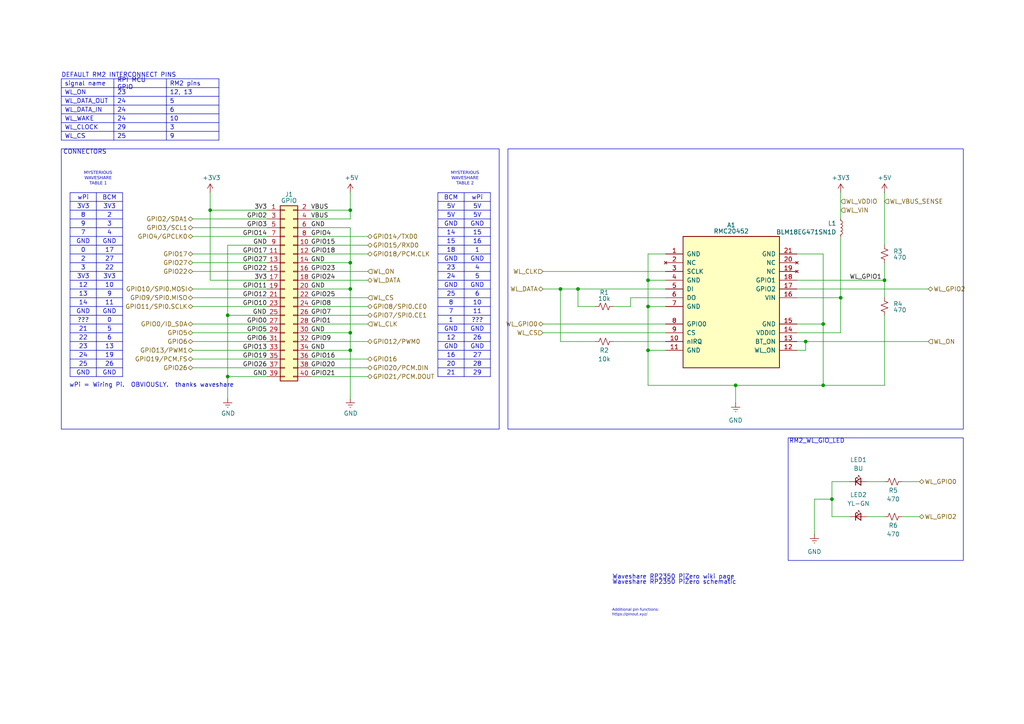
<source format=kicad_sch>
(kicad_sch (version 20250114) (generator "eeschema") (generator_version "9.0")
  (paper "A4")
  (title_block (title "Radio Module 2 uHAT for Pico Series") (date "2026-02-20") (rev "0.1.0") (company "LiterallySomeCat"))
  (lib_symbols
    (symbol "Connector_Generic:Conn_02x20_Odd_Even" (pin_names (offset 1.016) (hide yes))
      (property "Reference" "J" (at 1.27 25.4 0))
      (property "Value" "Conn_02x20_Odd_Even" (at 1.27 -27.94 0))
      (symbol "Conn_02x20_Odd_Even_1_1"
        (rectangle (start -1.27 24.13) (end 3.81 -26.67) (stroke (width 0.254)) (fill (type background)))
        (rectangle (start -1.27 22.987) (end 0 22.733) (stroke (width 0.1524)))
        (rectangle (start -1.27 20.447) (end 0 20.193) (stroke (width 0.1524)))
        (rectangle (start -1.27 17.907) (end 0 17.653) (stroke (width 0.1524)))
        (rectangle (start -1.27 15.367) (end 0 15.113) (stroke (width 0.1524)))
        (rectangle (start -1.27 12.827) (end 0 12.573) (stroke (width 0.1524)))
        (rectangle (start -1.27 10.287) (end 0 10.033) (stroke (width 0.1524)))
        (rectangle (start -1.27 7.747) (end 0 7.493) (stroke (width 0.1524)))
        (rectangle (start -1.27 5.207) (end 0 4.953) (stroke (width 0.1524)))
        (rectangle (start -1.27 2.667) (end 0 2.413) (stroke (width 0.1524)))
        (rectangle (start -1.27 0.127) (end 0 -0.127) (stroke (width 0.1524)))
        (rectangle (start -1.27 -2.413) (end 0 -2.667) (stroke (width 0.1524)))
        (rectangle (start -1.27 -4.953) (end 0 -5.207) (stroke (width 0.1524)))
        (rectangle (start -1.27 -7.493) (end 0 -7.747) (stroke (width 0.1524)))
        (rectangle (start -1.27 -10.033) (end 0 -10.287) (stroke (width 0.1524)))
        (rectangle (start -1.27 -12.573) (end 0 -12.827) (stroke (width 0.1524)))
        (rectangle (start -1.27 -15.113) (end 0 -15.367) (stroke (width 0.1524)))
        (rectangle (start -1.27 -17.653) (end 0 -17.907) (stroke (width 0.1524)))
        (rectangle (start -1.27 -20.193) (end 0 -20.447) (stroke (width 0.1524)))
        (rectangle (start -1.27 -22.733) (end 0 -22.987) (stroke (width 0.1524)))
        (rectangle (start -1.27 -25.273) (end 0 -25.527) (stroke (width 0.1524)))
        (rectangle (start 3.81 22.987) (end 2.54 22.733) (stroke (width 0.1524)))
        (rectangle (start 3.81 20.447) (end 2.54 20.193) (stroke (width 0.1524)))
        (rectangle (start 3.81 17.907) (end 2.54 17.653) (stroke (width 0.1524)))
        (rectangle (start 3.81 15.367) (end 2.54 15.113) (stroke (width 0.1524)))
        (rectangle (start 3.81 12.827) (end 2.54 12.573) (stroke (width 0.1524)))
        (rectangle (start 3.81 10.287) (end 2.54 10.033) (stroke (width 0.1524)))
        (rectangle (start 3.81 7.747) (end 2.54 7.493) (stroke (width 0.1524)))
        (rectangle (start 3.81 5.207) (end 2.54 4.953) (stroke (width 0.1524)))
        (rectangle (start 3.81 2.667) (end 2.54 2.413) (stroke (width 0.1524)))
        (rectangle (start 3.81 0.127) (end 2.54 -0.127) (stroke (width 0.1524)))
        (rectangle (start 3.81 -2.413) (end 2.54 -2.667) (stroke (width 0.1524)))
        (rectangle (start 3.81 -4.953) (end 2.54 -5.207) (stroke (width 0.1524)))
        (rectangle (start 3.81 -7.493) (end 2.54 -7.747) (stroke (width 0.1524)))
        (rectangle (start 3.81 -10.033) (end 2.54 -10.287) (stroke (width 0.1524)))
        (rectangle (start 3.81 -12.573) (end 2.54 -12.827) (stroke (width 0.1524)))
        (rectangle (start 3.81 -15.113) (end 2.54 -15.367) (stroke (width 0.1524)))
        (rectangle (start 3.81 -17.653) (end 2.54 -17.907) (stroke (width 0.1524)))
        (rectangle (start 3.81 -20.193) (end 2.54 -20.447) (stroke (width 0.1524)))
        (rectangle (start 3.81 -22.733) (end 2.54 -22.987) (stroke (width 0.1524)))
        (rectangle (start 3.81 -25.273) (end 2.54 -25.527) (stroke (width 0.1524)))
        (pin passive line (at -5.08 22.86 0) (length 3.81) (name "Pin_1") (number "1"))
        (pin passive line (at -5.08 20.32 0) (length 3.81) (name "Pin_3") (number "3"))
        (pin passive line (at -5.08 17.78 0) (length 3.81) (name "Pin_5") (number "5"))
        (pin passive line (at -5.08 15.24 0) (length 3.81) (name "Pin_7") (number "7"))
        (pin passive line (at -5.08 12.7 0) (length 3.81) (name "Pin_9") (number "9"))
        (pin passive line (at -5.08 10.16 0) (length 3.81) (name "Pin_11") (number "11"))
        (pin passive line (at -5.08 7.62 0) (length 3.81) (name "Pin_13") (number "13"))
        (pin passive line (at -5.08 5.08 0) (length 3.81) (name "Pin_15") (number "15"))
        (pin passive line (at -5.08 2.54 0) (length 3.81) (name "Pin_17") (number "17"))
        (pin passive line (at -5.08 0 0) (length 3.81) (name "Pin_19") (number "19"))
        (pin passive line (at -5.08 -2.54 0) (length 3.81) (name "Pin_21") (number "21"))
        (pin passive line (at -5.08 -5.08 0) (length 3.81) (name "Pin_23") (number "23"))
        (pin passive line (at -5.08 -7.62 0) (length 3.81) (name "Pin_25") (number "25"))
        (pin passive line (at -5.08 -10.16 0) (length 3.81) (name "Pin_27") (number "27"))
        (pin passive line (at -5.08 -12.7 0) (length 3.81) (name "Pin_29") (number "29"))
        (pin passive line (at -5.08 -15.24 0) (length 3.81) (name "Pin_31") (number "31"))
        (pin passive line (at -5.08 -17.78 0) (length 3.81) (name "Pin_33") (number "33"))
        (pin passive line (at -5.08 -20.32 0) (length 3.81) (name "Pin_35") (number "35"))
        (pin passive line (at -5.08 -22.86 0) (length 3.81) (name "Pin_37") (number "37"))
        (pin passive line (at -5.08 -25.4 0) (length 3.81) (name "Pin_39") (number "39"))
        (pin passive line (at 7.62 22.86 180) (length 3.81) (name "Pin_2") (number "2"))
        (pin passive line (at 7.62 20.32 180) (length 3.81) (name "Pin_4") (number "4"))
        (pin passive line (at 7.62 17.78 180) (length 3.81) (name "Pin_6") (number "6"))
        (pin passive line (at 7.62 15.24 180) (length 3.81) (name "Pin_8") (number "8"))
        (pin passive line (at 7.62 12.7 180) (length 3.81) (name "Pin_10") (number "10"))
        (pin passive line (at 7.62 10.16 180) (length 3.81) (name "Pin_12") (number "12"))
        (pin passive line (at 7.62 7.62 180) (length 3.81) (name "Pin_14") (number "14"))
        (pin passive line (at 7.62 5.08 180) (length 3.81) (name "Pin_16") (number "16"))
        (pin passive line (at 7.62 2.54 180) (length 3.81) (name "Pin_18") (number "18"))
        (pin passive line (at 7.62 0 180) (length 3.81) (name "Pin_20") (number "20"))
        (pin passive line (at 7.62 -2.54 180) (length 3.81) (name "Pin_22") (number "22"))
        (pin passive line (at 7.62 -5.08 180) (length 3.81) (name "Pin_24") (number "24"))
        (pin passive line (at 7.62 -7.62 180) (length 3.81) (name "Pin_26") (number "26"))
        (pin passive line (at 7.62 -10.16 180) (length 3.81) (name "Pin_28") (number "28"))
        (pin passive line (at 7.62 -12.7 180) (length 3.81) (name "Pin_30") (number "30"))
        (pin passive line (at 7.62 -15.24 180) (length 3.81) (name "Pin_32") (number "32"))
        (pin passive line (at 7.62 -17.78 180) (length 3.81) (name "Pin_34") (number "34"))
        (pin passive line (at 7.62 -20.32 180) (length 3.81) (name "Pin_36") (number "36"))
        (pin passive line (at 7.62 -22.86 180) (length 3.81) (name "Pin_38") (number "38"))
        (pin passive line (at 7.62 -25.4 180) (length 3.81) (name "Pin_40") (number "40"))
      )
    )
    (symbol "Device:L_Small" (pin_numbers (hide yes)) (pin_names (offset 0.254) (hide yes))
      (property "Reference" "L" (at 0.762 1.016 0))
      (property "Value" "L_Small" (at 0.762 -1.016 0))
      (symbol "L_Small_0_1"
        (arc (start 0 2.032) (mid 0.5058 1.524) (end 0 1.016))
        (arc (start 0 1.016) (mid 0.5058 0.508) (end 0 0))
        (arc (start 0 0) (mid 0.5058 -0.508) (end 0 -1.016))
        (arc (start 0 -1.016) (mid 0.5058 -1.524) (end 0 -2.032))
      )
      (symbol "L_Small_1_1"
        (pin passive line (at 0 2.54 270) (length 0.508) (name "~") (number "1"))
        (pin passive line (at 0 -2.54 90) (length 0.508) (name "~") (number "2"))
      )
    )
    (symbol "Device:R_Small_US" (pin_numbers (hide yes)) (pin_names (offset 0.254) (hide yes))
      (property "Reference" "R" (at 0.762 0.508 0))
      (property "Value" "R_Small_US" (at 0.762 -1.016 0))
      (symbol "R_Small_US_1_1"
        (polyline (pts (xy 0 1.524) (xy 1.016 1.143) (xy 0 0.762) (xy -1.016 0.381) (xy 0 0)))
        (polyline (pts (xy 0 0) (xy 1.016 -0.381) (xy 0 -0.762) (xy -1.016 -1.143) (xy 0 -1.524)))
        (pin passive line (at 0 2.54 270) (length 1.016) (name "~") (number "1"))
        (pin passive line (at 0 -2.54 90) (length 1.016) (name "~") (number "2"))
      )
    )
    (symbol "bad-symbol-edits:GND" (power) (pin_numbers (hide yes)) (pin_names (offset 0) (hide yes))
      (property "Value" "GND" (at 0 -3.81 0))
      (symbol "GND_0_1"
        (polyline (pts (xy -0.635 -1.905) (xy 0.635 -1.905)))
        (polyline (pts (xy -0.127 -2.54) (xy 0.127 -2.54)))
        (polyline (pts (xy 0 -1.27) (xy 0 0)))
        (polyline (pts (xy 1.27 -1.27) (xy -1.27 -1.27)))
      )
      (symbol "GND_1_1"
        (pin power_in line (at 0 0 270) (length 0) (name "~") (number "1"))
      )
    )
    (symbol "bad-symbol-edits:RPI_RMC20452T_edit" (pin_names (offset 1.016))
      (property "Reference" "A" (at 13.97 4.064 0))
      (property "Value" "RMC20452" (at 13.97 2.032 0))
      (symbol "RPI_RMC20452T_edit_1_0"
        (pin output line (at -5.08 -17.78 0) (length 5.08) (name "DO") (number "6"))
        (pin power_in line (at -5.08 -20.32 0) (length 5.08) (name "GND") (number "7"))
        (pin bidirectional line (at -5.08 -25.4 0) (length 5.08) (name "GPIO0") (number "8"))
        (pin input line (at -5.08 -27.94 0) (length 5.08) (name "CS") (number "9"))
        (pin output line (at -5.08 -30.48 0) (length 5.08) (name "nIRQ") (number "10"))
        (pin power_in line (at -5.08 -33.02 0) (length 5.08) (name "GND") (number "11"))
        (pin power_in line (at 33.02 -5.08 180) (length 5.08) (name "GND") (number "21"))
        (pin bidirectional line (at 33.02 -12.7 180) (length 5.08) (name "GPIO1") (number "18"))
        (pin bidirectional line (at 33.02 -15.24 180) (length 5.08) (name "GPIO2") (number "17"))
        (pin power_in line (at 33.02 -17.78 180) (length 5.08) (name "VIN") (number "16"))
        (pin power_in line (at 33.02 -25.4 180) (length 5.08) (name "GND") (number "15"))
        (pin power_in line (at 33.02 -27.94 180) (length 5.08) (name "VDDIO") (number "14"))
        (pin input line (at 33.02 -30.48 180) (length 5.08) (name "BT_ON") (number "13"))
        (pin input line (at 33.02 -33.02 180) (length 5.08) (name "WL_ON") (number "12"))
      )
      (symbol "RPI_RMC20452T_edit_1_1"
        (rectangle (start 0 0) (end 27.94 -38.1) (stroke (width 0.254)) (fill (type background)))
        (pin power_in line (at -5.08 -5.08 0) (length 5.08) (name "GND") (number "1"))
        (pin no_connect line (at -5.08 -7.62 0) (length 5.08) (name "NC") (number "2"))
        (pin input line (at -5.08 -10.16 0) (length 5.08) (name "SCLK") (number "3"))
        (pin power_in line (at -5.08 -12.7 0) (length 5.08) (name "GND") (number "4"))
        (pin input line (at -5.08 -15.24 0) (length 5.08) (name "DI") (number "5"))
        (pin no_connect line (at 33.02 -7.62 180) (length 5.08) (name "NC") (number "20"))
        (pin no_connect line (at 33.02 -10.16 180) (length 5.08) (name "NC") (number "19"))
      )
    )
    (symbol "leds-added:599-0060-007F" (pin_numbers (hide yes)) (pin_names (offset 0.762) (hide yes))
      (property "Reference" "LED" (at 0 5.334 0))
      (property "Value" "599-0060-007F" (at 0 2.794 0))
      (symbol "599-0060-007F_0_1"
        (polyline (pts (xy 1.778 -1.016) (xy 1.778 1.016)) (stroke (width 0.254)))
        (polyline (pts (xy 2.54 0.762) (xy 2.032 1.27) (xy 2.286 1.27) (xy 2.032 1.27) (xy 2.032 1.016)))
        (polyline (pts (xy 3.048 1.27) (xy 2.54 1.778) (xy 2.794 1.778) (xy 2.54 1.778) (xy 2.54 1.524)))
        (polyline (pts (xy 3.302 -1.016) (xy 1.778 0) (xy 3.302 1.016) (xy 3.302 -1.016)) (stroke (width 0.254)))
        (polyline (pts (xy 3.556 0) (xy 1.778 0)))
      )
      (symbol "599-0060-007F_1_1"
        (pin passive line (at 0 0 0) (length 1.778) (name "K") (number "1"))
        (pin passive line (at 5.08 0 180) (length 1.778) (name "A") (number "2"))
      )
    )
    (symbol "leds-added:599-0090-137F" (pin_numbers (hide yes)) (pin_names (offset 0.762) (hide yes))
      (property "Reference" "LED" (at 0 4.826 0))
      (property "Value" "599-0090-137F" (at 0 2.286 0))
      (symbol "599-0090-137F_0_1"
        (polyline (pts (xy 1.778 -1.016) (xy 1.778 1.016)) (stroke (width 0.254)))
        (polyline (pts (xy 2.54 0.762) (xy 2.032 1.27) (xy 2.286 1.27) (xy 2.032 1.27) (xy 2.032 1.016)))
        (polyline (pts (xy 3.048 1.27) (xy 2.54 1.778) (xy 2.794 1.778) (xy 2.54 1.778) (xy 2.54 1.524)))
        (polyline (pts (xy 3.302 -1.016) (xy 1.778 0) (xy 3.302 1.016) (xy 3.302 -1.016)) (stroke (width 0.254)))
        (polyline (pts (xy 3.556 0) (xy 1.778 0)))
      )
      (symbol "599-0090-137F_1_1"
        (pin passive line (at 0 0 0) (length 1.778) (name "K") (number "1"))
        (pin passive line (at 5.08 0 180) (length 1.778) (name "A") (number "2"))
      )
    )
    (symbol "power:+3.3V" (power) (pin_numbers (hide yes)) (pin_names (offset 0) (hide yes))
      (property "Value" "+3.3V" (at 0 3.556 0))
      (symbol "+3.3V_0_1"
        (polyline (pts (xy -0.762 1.27) (xy 0 2.54)))
        (polyline (pts (xy 0 2.54) (xy 0.762 1.27)))
        (polyline (pts (xy 0 0) (xy 0 2.54)))
      )
      (symbol "+3.3V_1_1"
        (pin power_in line (at 0 0 90) (length 0) (name "~") (number "1"))
      )
    )
    (symbol "power:+3V3" (power) (pin_numbers (hide yes)) (pin_names (offset 0) (hide yes))
      (property "Value" "+3V3" (at 0 3.556 0))
      (symbol "+3V3_0_1"
        (polyline (pts (xy -0.762 1.27) (xy 0 2.54)))
        (polyline (pts (xy 0 2.54) (xy 0.762 1.27)))
        (polyline (pts (xy 0 0) (xy 0 2.54)))
      )
      (symbol "+3V3_1_1"
        (pin power_in line (at 0 0 90) (length 0) (name "~") (number "1"))
      )
    )
    (symbol "power:+5V" (power) (pin_numbers (hide yes)) (pin_names (offset 0) (hide yes))
      (property "Value" "+5V" (at 0 3.556 0))
      (symbol "+5V_0_1"
        (polyline (pts (xy -0.762 1.27) (xy 0 2.54)))
        (polyline (pts (xy 0 2.54) (xy 0.762 1.27)))
        (polyline (pts (xy 0 0) (xy 0 2.54)))
      )
      (symbol "+5V_1_1"
        (pin power_in line (at 0 0 90) (length 0) (name "~") (number "1"))
      )
    )
  )
  (bus_alias "ANALOG" (members "ADC_VREF" "AGND" "GPIO26" "GPIO27" "GPIO28"))
  (bus_alias "GPIO[0..15]" (members "GPIO0" "GPIO1" "GPIO2" "GPIO3" "GPIO4" "GPIO5" "GPIO6" "GPIO7" "GPIO8" "GPIO9" "GPIO10" "GPIO11" "GPIO12" "GPIO13" "GPIO14" "GPIO15"))
  (bus_alias "GPIO[16..28" (members "3V3_EN" "ADC_VREF" "RUN" "GPIO28" "GPIO27" "GPIO26" "GPIO22" "GPIO21" "GPIO20" "GPIO19" "GPIO18" "GPIO17" "GPIO16"))
  (rectangle (start 228.6 127) (end 279.4 162.56))
  (rectangle (start 147.32 43.18) (end 279.4 124.46))
  (rectangle (start 17.78 43.18) (end 144.78 124.46))
  (text "wPi = Wiring Pi.  OBVIOUSLY.  thanks waveshare" (at 20.066 111.76 0) (effects (font (size 1.27 1.27)) (justify left)))
  (text "MYSTERIOUS\nWAVESHARE\nTABLE 2\n" (at 134.874 52.07 0) (effects (font (size 0.9 0.9))))
  (text "Waveshare RP2350 PiZero schematic" (at 177.546 168.91 0) (effects (font (size 1.27 1.27)) (justify left)))
  (text "Waveshare RP2350 PiZero wiki page" (at 177.546 167.386 0) (effects (font (size 1.27 1.27)) (justify left)))
  (text "DEFAULT RM2 INTERCONNECT PINS" (at 17.78 22.606 0) (effects (font (size 1.27 1.27)) (justify left bottom)))
  (text "RM2_WL_GIO_LED" (at 228.854 127.254 0) (effects (font (size 1.27 1.27)) (justify left top)))
  (text "MYSTERIOUS\nWAVESHARE\nTABLE 1\n" (at 28.448 52.07 0) (effects (font (size 0.9 0.9))))
  (text "CONNECTORS" (at 18.288 43.434 0) (effects (font (size 1.27 1.27)) (justify left top)))
  (text "Additional pin functions:\nhttps://pinout.xyz/" (at 177.546 179.07 0) (effects (font (size 0.8 0.8)) (justify left bottom)))
  (junction (at 233.68 99.06))
  (junction (at 101.6 83.82))
  (junction (at 187.96 101.6))
  (junction (at 101.6 60.96))
  (junction (at 101.6 96.52))
  (junction (at 213.36 111.76))
  (junction (at 101.6 76.2))
  (junction (at 256.54 81.28))
  (junction (at 167.64 83.82))
  (junction (at 66.04 109.22))
  (junction (at 187.96 88.9))
  (junction (at 60.96 60.96))
  (junction (at 243.84 86.36))
  (junction (at 66.04 91.44))
  (junction (at 238.76 111.76))
  (junction (at 162.56 83.82))
  (junction (at 187.96 81.28))
  (junction (at 101.6 101.6))
  (junction (at 238.76 93.98))
  (junction (at 241.3 144.78))
  (wire (pts (xy 213.36 111.76) (xy 213.36 116.84)))
  (wire (pts (xy 157.48 93.98) (xy 193.04 93.98)))
  (wire (pts (xy 77.47 73.66) (xy 55.88 73.66)))
  (wire (pts (xy 261.62 139.7) (xy 266.7 139.7)))
  (wire (pts (xy 243.84 55.88) (xy 243.84 63.5)))
  (wire (pts (xy 90.17 109.22) (xy 106.68 109.22)))
  (wire (pts (xy 101.6 60.96) (xy 101.6 63.5)))
  (wire (pts (xy 231.14 93.98) (xy 238.76 93.98)))
  (wire (pts (xy 90.17 76.2) (xy 101.6 76.2)))
  (wire (pts (xy 90.17 66.04) (xy 101.6 66.04)))
  (wire (pts (xy 187.96 73.66) (xy 187.96 81.28)))
  (wire (pts (xy 90.17 106.68) (xy 106.68 106.68)))
  (wire (pts (xy 238.76 93.98) (xy 238.76 111.76)))
  (wire (pts (xy 167.64 88.9) (xy 167.64 83.82)))
  (wire (pts (xy 182.88 86.36) (xy 193.04 86.36)))
  (wire (pts (xy 90.17 86.36) (xy 106.68 86.36)))
  (wire (pts (xy 66.04 71.12) (xy 77.47 71.12)))
  (wire (pts (xy 77.47 93.98) (xy 55.88 93.98)))
  (wire (pts (xy 55.88 96.52) (xy 77.47 96.52)))
  (wire (pts (xy 256.54 76.2) (xy 256.54 81.28)))
  (wire (pts (xy 236.22 154.94) (xy 236.22 144.78)))
  (wire (pts (xy 90.17 63.5) (xy 101.6 63.5)))
  (wire (pts (xy 241.3 149.86) (xy 246.38 149.86)))
  (wire (pts (xy 243.84 68.58) (xy 243.84 86.36)))
  (wire (pts (xy 66.04 91.44) (xy 77.47 91.44)))
  (wire (pts (xy 187.96 81.28) (xy 193.04 81.28)))
  (wire (pts (xy 172.72 88.9) (xy 167.64 88.9)))
  (wire (pts (xy 101.6 101.6) (xy 101.6 115.57)))
  (wire (pts (xy 101.6 76.2) (xy 101.6 83.82)))
  (wire (pts (xy 187.96 88.9) (xy 187.96 101.6)))
  (wire (pts (xy 90.17 71.12) (xy 106.68 71.12)))
  (wire (pts (xy 167.64 83.82) (xy 193.04 83.82)))
  (wire (pts (xy 66.04 71.12) (xy 66.04 91.44)))
  (wire (pts (xy 55.88 76.2) (xy 77.47 76.2)))
  (wire (pts (xy 90.17 81.28) (xy 106.68 81.28)))
  (wire (pts (xy 60.96 55.88) (xy 60.96 60.96)))
  (wire (pts (xy 162.56 83.82) (xy 162.56 99.06)))
  (wire (pts (xy 182.88 86.36) (xy 182.88 88.9)))
  (wire (pts (xy 55.88 66.04) (xy 77.47 66.04)))
  (wire (pts (xy 243.84 86.36) (xy 243.84 96.52)))
  (wire (pts (xy 231.14 99.06) (xy 233.68 99.06)))
  (wire (pts (xy 251.46 149.86) (xy 256.54 149.86)))
  (wire (pts (xy 55.88 88.9) (xy 77.47 88.9)))
  (wire (pts (xy 157.48 83.82) (xy 162.56 83.82)))
  (wire (pts (xy 182.88 88.9) (xy 177.8 88.9)))
  (wire (pts (xy 60.96 81.28) (xy 77.47 81.28)))
  (wire (pts (xy 77.47 63.5) (xy 55.88 63.5)))
  (wire (pts (xy 101.6 55.88) (xy 101.6 60.96)))
  (wire (pts (xy 90.17 104.14) (xy 106.68 104.14)))
  (wire (pts (xy 90.17 93.98) (xy 106.68 93.98)))
  (wire (pts (xy 241.3 139.7) (xy 241.3 144.78)))
  (wire (pts (xy 231.14 86.36) (xy 243.84 86.36)))
  (wire (pts (xy 177.8 99.06) (xy 193.04 99.06)))
  (wire (pts (xy 55.88 68.58) (xy 77.47 68.58)))
  (wire (pts (xy 60.96 60.96) (xy 60.96 81.28)))
  (wire (pts (xy 90.17 73.66) (xy 106.68 73.66)))
  (wire (pts (xy 233.68 99.06) (xy 269.24 99.06)))
  (wire (pts (xy 90.17 83.82) (xy 101.6 83.82)))
  (wire (pts (xy 246.38 139.7) (xy 241.3 139.7)))
  (wire (pts (xy 55.88 78.74) (xy 77.47 78.74)))
  (wire (pts (xy 55.88 86.36) (xy 77.47 86.36)))
  (wire (pts (xy 261.62 149.86) (xy 266.7 149.86)))
  (wire (pts (xy 90.17 60.96) (xy 101.6 60.96)))
  (wire (pts (xy 231.14 96.52) (xy 243.84 96.52)))
  (wire (pts (xy 231.14 81.28) (xy 256.54 81.28)))
  (wire (pts (xy 251.46 139.7) (xy 256.54 139.7)))
  (wire (pts (xy 193.04 73.66) (xy 187.96 73.66)))
  (wire (pts (xy 55.88 99.06) (xy 77.47 99.06)))
  (wire (pts (xy 187.96 111.76) (xy 213.36 111.76)))
  (wire (pts (xy 236.22 144.78) (xy 241.3 144.78)))
  (wire (pts (xy 233.68 101.6) (xy 231.14 101.6)))
  (wire (pts (xy 55.88 104.14) (xy 77.47 104.14)))
  (wire (pts (xy 187.96 81.28) (xy 187.96 88.9)))
  (wire (pts (xy 90.17 68.58) (xy 106.68 68.58)))
  (wire (pts (xy 162.56 83.82) (xy 167.64 83.82)))
  (wire (pts (xy 66.04 109.22) (xy 77.47 109.22)))
  (wire (pts (xy 90.17 91.44) (xy 106.68 91.44)))
  (wire (pts (xy 101.6 83.82) (xy 101.6 96.52)))
  (wire (pts (xy 241.3 144.78) (xy 241.3 149.86)))
  (wire (pts (xy 238.76 111.76) (xy 256.54 111.76)))
  (wire (pts (xy 256.54 81.28) (xy 256.54 86.36)))
  (wire (pts (xy 90.17 101.6) (xy 101.6 101.6)))
  (wire (pts (xy 55.88 106.68) (xy 77.47 106.68)))
  (wire (pts (xy 187.96 101.6) (xy 193.04 101.6)))
  (wire (pts (xy 90.17 96.52) (xy 101.6 96.52)))
  (wire (pts (xy 231.14 73.66) (xy 238.76 73.66)))
  (wire (pts (xy 238.76 73.66) (xy 238.76 93.98)))
  (wire (pts (xy 187.96 88.9) (xy 193.04 88.9)))
  (wire (pts (xy 213.36 111.76) (xy 238.76 111.76)))
  (wire (pts (xy 256.54 91.44) (xy 256.54 111.76)))
  (wire (pts (xy 157.48 78.74) (xy 193.04 78.74)))
  (wire (pts (xy 231.14 83.82) (xy 269.24 83.82)))
  (wire (pts (xy 101.6 66.04) (xy 101.6 76.2)))
  (wire (pts (xy 66.04 91.44) (xy 66.04 109.22)))
  (wire (pts (xy 77.47 101.6) (xy 55.88 101.6)))
  (wire (pts (xy 256.54 55.88) (xy 256.54 71.12)))
  (wire (pts (xy 162.56 99.06) (xy 172.72 99.06)))
  (wire (pts (xy 157.48 96.52) (xy 193.04 96.52)))
  (wire (pts (xy 101.6 96.52) (xy 101.6 101.6)))
  (wire (pts (xy 90.17 78.74) (xy 106.68 78.74)))
  (wire (pts (xy 90.17 88.9) (xy 106.68 88.9)))
  (wire (pts (xy 233.68 99.06) (xy 233.68 101.6)))
  (wire (pts (xy 60.96 60.96) (xy 77.47 60.96)))
  (wire (pts (xy 90.17 99.06) (xy 106.68 99.06)))
  (wire (pts (xy 66.04 109.22) (xy 66.04 115.57)))
  (wire (pts (xy 187.96 101.6) (xy 187.96 111.76)))
  (wire (pts (xy 77.47 83.82) (xy 55.88 83.82)))
  (table (column_count 2) (border (external yes) (header yes)) (separators (rows yes) (cols yes)) (column_widths 7.62 7.62) (row_heights 2.54 2.54 2.54 2.54 2.54 2.54 2.54 2.54 2.54 2.54 2.54 2.54 2.54 2.54 2.54 2.54 2.54 2.54 2.54 2.54 2.54) (cells (table_cell "wPi" (at 20.32 55.88 0) (size 7.62 2.54) (margins 0.9525 0.9525 0.9525 0.9525) (span 1 1)) (table_cell "BCM" (at 27.94 55.88 0) (size 7.62 2.54) (margins 0.9525 0.9525 0.9525 0.9525) (span 1 1)) (table_cell "3V3" (at 20.32 58.42 0) (size 7.62 2.54) (margins 0.9525 0.9525 0.9525 0.9525) (span 1 1)) (table_cell "3V3" (at 27.94 58.42 0) (size 7.62 2.54) (margins 0.9525 0.9525 0.9525 0.9525) (span 1 1)) (table_cell "8" (at 20.32 60.96 0) (size 7.62 2.54) (margins 0.9525 0.9525 0.9525 0.9525) (span 1 1)) (table_cell "2" (at 27.94 60.96 0) (size 7.62 2.54) (margins 0.9525 0.9525 0.9525 0.9525) (span 1 1)) (table_cell "9" (at 20.32 63.5 0) (size 7.62 2.54) (margins 0.9525 0.9525 0.9525 0.9525) (span 1 1)) (table_cell "3" (at 27.94 63.5 0) (size 7.62 2.54) (margins 0.9525 0.9525 0.9525 0.9525) (span 1 1)) (table_cell "7" (at 20.32 66.04 0) (size 7.62 2.54) (margins 0.9525 0.9525 0.9525 0.9525) (span 1 1)) (table_cell "4" (at 27.94 66.04 0) (size 7.62 2.54) (margins 0.9525 0.9525 0.9525 0.9525) (span 1 1)) (table_cell "GND" (at 20.32 68.58 0) (size 7.62 2.54) (margins 0.9525 0.9525 0.9525 0.9525) (span 1 1)) (table_cell "GND" (at 27.94 68.58 0) (size 7.62 2.54) (margins 0.9525 0.9525 0.9525 0.9525) (span 1 1)) (table_cell "0" (at 20.32 71.12 0) (size 7.62 2.54) (margins 0.9525 0.9525 0.9525 0.9525) (span 1 1)) (table_cell "17" (at 27.94 71.12 0) (size 7.62 2.54) (margins 0.9525 0.9525 0.9525 0.9525) (span 1 1)) (table_cell "2" (at 20.32 73.66 0) (size 7.62 2.54) (margins 0.9525 0.9525 0.9525 0.9525) (span 1 1)) (table_cell "27" (at 27.94 73.66 0) (size 7.62 2.54) (margins 0.9525 0.9525 0.9525 0.9525) (span 1 1)) (table_cell "3" (at 20.32 76.2 0) (size 7.62 2.54) (margins 0.9525 0.9525 0.9525 0.9525) (span 1 1)) (table_cell "22" (at 27.94 76.2 0) (size 7.62 2.54) (margins 0.9525 0.9525 0.9525 0.9525) (span 1 1)) (table_cell "3V3" (at 20.32 78.74 0) (size 7.62 2.54) (margins 0.9525 0.9525 0.9525 0.9525) (span 1 1)) (table_cell "3V3" (at 27.94 78.74 0) (size 7.62 2.54) (margins 0.9525 0.9525 0.9525 0.9525) (span 1 1)) (table_cell "12" (at 20.32 81.28 0) (size 7.62 2.54) (margins 0.9525 0.9525 0.9525 0.9525) (span 1 1)) (table_cell "10" (at 27.94 81.28 0) (size 7.62 2.54) (margins 0.9525 0.9525 0.9525 0.9525) (span 1 1)) (table_cell "13" (at 20.32 83.82 0) (size 7.62 2.54) (margins 0.9525 0.9525 0.9525 0.9525) (span 1 1)) (table_cell "9" (at 27.94 83.82 0) (size 7.62 2.54) (margins 0.9525 0.9525 0.9525 0.9525) (span 1 1)) (table_cell "14" (at 20.32 86.36 0) (size 7.62 2.54) (margins 0.9525 0.9525 0.9525 0.9525) (span 1 1)) (table_cell "11" (at 27.94 86.36 0) (size 7.62 2.54) (margins 0.9525 0.9525 0.9525 0.9525) (span 1 1)) (table_cell "GND" (at 20.32 88.9 0) (size 7.62 2.54) (margins 0.9525 0.9525 0.9525 0.9525) (span 1 1)) (table_cell "GND" (at 27.94 88.9 0) (size 7.62 2.54) (margins 0.9525 0.9525 0.9525 0.9525) (span 1 1)) (table_cell "???" (at 20.32 91.44 0) (size 7.62 2.54) (margins 0.9525 0.9525 0.9525 0.9525) (span 1 1)) (table_cell "0" (at 27.94 91.44 0) (size 7.62 2.54) (margins 0.9525 0.9525 0.9525 0.9525) (span 1 1)) (table_cell "21" (at 20.32 93.98 0) (size 7.62 2.54) (margins 0.9525 0.9525 0.9525 0.9525) (span 1 1)) (table_cell "5" (at 27.94 93.98 0) (size 7.62 2.54) (margins 0.9525 0.9525 0.9525 0.9525) (span 1 1)) (table_cell "22" (at 20.32 96.52 0) (size 7.62 2.54) (margins 0.9525 0.9525 0.9525 0.9525) (span 1 1)) (table_cell "6" (at 27.94 96.52 0) (size 7.62 2.54) (margins 0.9525 0.9525 0.9525 0.9525) (span 1 1)) (table_cell "23" (at 20.32 99.06 0) (size 7.62 2.54) (margins 0.9525 0.9525 0.9525 0.9525) (span 1 1)) (table_cell "13" (at 27.94 99.06 0) (size 7.62 2.54) (margins 0.9525 0.9525 0.9525 0.9525) (span 1 1)) (table_cell "24" (at 20.32 101.6 0) (size 7.62 2.54) (margins 0.9525 0.9525 0.9525 0.9525) (span 1 1)) (table_cell "19" (at 27.94 101.6 0) (size 7.62 2.54) (margins 0.9525 0.9525 0.9525 0.9525) (span 1 1)) (table_cell "25" (at 20.32 104.14 0) (size 7.62 2.54) (margins 0.9525 0.9525 0.9525 0.9525) (span 1 1)) (table_cell "26" (at 27.94 104.14 0) (size 7.62 2.54) (margins 0.9525 0.9525 0.9525 0.9525) (span 1 1)) (table_cell "GND" (at 20.32 106.68 0) (size 7.62 2.54) (margins 0.9525 0.9525 0.9525 0.9525) (span 1 1)) (table_cell "GND" (at 27.94 106.68 0) (size 7.62 2.54) (margins 0.9525 0.9525 0.9525 0.9525) (span 1 1))))
  (table (column_count 2) (border (external yes) (header yes)) (separators (rows yes) (cols yes)) (column_widths 7.62 7.62) (row_heights 2.54 2.54 2.54 2.54 2.54 2.54 2.54 2.54 2.54 2.54 2.54 2.54 2.54 2.54 2.54 2.54 2.54 2.54 2.54 2.54 2.54) (cells (table_cell "BCM" (at 127 55.88 0) (size 7.62 2.54) (margins 0.9525 0.9525 0.9525 0.9525) (span 1 1)) (table_cell "wPi" (at 134.62 55.88 0) (size 7.62 2.54) (margins 0.9525 0.9525 0.9525 0.9525) (span 1 1)) (table_cell "5V" (at 127 58.42 0) (size 7.62 2.54) (margins 0.9525 0.9525 0.9525 0.9525) (span 1 1)) (table_cell "5V" (at 134.62 58.42 0) (size 7.62 2.54) (margins 0.9525 0.9525 0.9525 0.9525) (span 1 1)) (table_cell "5V" (at 127 60.96 0) (size 7.62 2.54) (margins 0.9525 0.9525 0.9525 0.9525) (span 1 1)) (table_cell "5V" (at 134.62 60.96 0) (size 7.62 2.54) (margins 0.9525 0.9525 0.9525 0.9525) (span 1 1)) (table_cell "GND" (at 127 63.5 0) (size 7.62 2.54) (margins 0.9525 0.9525 0.9525 0.9525) (span 1 1)) (table_cell "GND" (at 134.62 63.5 0) (size 7.62 2.54) (margins 0.9525 0.9525 0.9525 0.9525) (span 1 1)) (table_cell "14" (at 127 66.04 0) (size 7.62 2.54) (margins 0.9525 0.9525 0.9525 0.9525) (span 1 1)) (table_cell "15" (at 134.62 66.04 0) (size 7.62 2.54) (margins 0.9525 0.9525 0.9525 0.9525) (span 1 1)) (table_cell "15" (at 127 68.58 0) (size 7.62 2.54) (margins 0.9525 0.9525 0.9525 0.9525) (span 1 1)) (table_cell "16" (at 134.62 68.58 0) (size 7.62 2.54) (margins 0.9525 0.9525 0.9525 0.9525) (span 1 1)) (table_cell "18" (at 127 71.12 0) (size 7.62 2.54) (margins 0.9525 0.9525 0.9525 0.9525) (span 1 1)) (table_cell "1" (at 134.62 71.12 0) (size 7.62 2.54) (margins 0.9525 0.9525 0.9525 0.9525) (span 1 1)) (table_cell "GND" (at 127 73.66 0) (size 7.62 2.54) (margins 0.9525 0.9525 0.9525 0.9525) (span 1 1)) (table_cell "GND" (at 134.62 73.66 0) (size 7.62 2.54) (margins 0.9525 0.9525 0.9525 0.9525) (span 1 1)) (table_cell "23" (at 127 76.2 0) (size 7.62 2.54) (margins 0.9525 0.9525 0.9525 0.9525) (span 1 1)) (table_cell "4" (at 134.62 76.2 0) (size 7.62 2.54) (margins 0.9525 0.9525 0.9525 0.9525) (span 1 1)) (table_cell "24" (at 127 78.74 0) (size 7.62 2.54) (margins 0.9525 0.9525 0.9525 0.9525) (span 1 1)) (table_cell "5" (at 134.62 78.74 0) (size 7.62 2.54) (margins 0.9525 0.9525 0.9525 0.9525) (span 1 1)) (table_cell "GND" (at 127 81.28 0) (size 7.62 2.54) (margins 0.9525 0.9525 0.9525 0.9525) (span 1 1)) (table_cell "GND" (at 134.62 81.28 0) (size 7.62 2.54) (margins 0.9525 0.9525 0.9525 0.9525) (span 1 1)) (table_cell "25" (at 127 83.82 0) (size 7.62 2.54) (margins 0.9525 0.9525 0.9525 0.9525) (span 1 1)) (table_cell "6" (at 134.62 83.82 0) (size 7.62 2.54) (margins 0.9525 0.9525 0.9525 0.9525) (span 1 1)) (table_cell "8" (at 127 86.36 0) (size 7.62 2.54) (margins 0.9525 0.9525 0.9525 0.9525) (span 1 1)) (table_cell "10" (at 134.62 86.36 0) (size 7.62 2.54) (margins 0.9525 0.9525 0.9525 0.9525) (span 1 1)) (table_cell "7" (at 127 88.9 0) (size 7.62 2.54) (margins 0.9525 0.9525 0.9525 0.9525) (span 1 1)) (table_cell "11" (at 134.62 88.9 0) (size 7.62 2.54) (margins 0.9525 0.9525 0.9525 0.9525) (span 1 1)) (table_cell "1" (at 127 91.44 0) (size 7.62 2.54) (margins 0.9525 0.9525 0.9525 0.9525) (span 1 1)) (table_cell "???" (at 134.62 91.44 0) (size 7.62 2.54) (margins 0.9525 0.9525 0.9525 0.9525) (span 1 1)) (table_cell "GND" (at 127 93.98 0) (size 7.62 2.54) (margins 0.9525 0.9525 0.9525 0.9525) (span 1 1)) (table_cell "GND" (at 134.62 93.98 0) (size 7.62 2.54) (margins 0.9525 0.9525 0.9525 0.9525) (span 1 1)) (table_cell "12" (at 127 96.52 0) (size 7.62 2.54) (margins 0.9525 0.9525 0.9525 0.9525) (span 1 1)) (table_cell "26" (at 134.62 96.52 0) (size 7.62 2.54) (margins 0.9525 0.9525 0.9525 0.9525) (span 1 1)) (table_cell "GND" (at 127 99.06 0) (size 7.62 2.54) (margins 0.9525 0.9525 0.9525 0.9525) (span 1 1)) (table_cell "GND" (at 134.62 99.06 0) (size 7.62 2.54) (margins 0.9525 0.9525 0.9525 0.9525) (span 1 1)) (table_cell "16" (at 127 101.6 0) (size 7.62 2.54) (margins 0.9525 0.9525 0.9525 0.9525) (span 1 1)) (table_cell "27" (at 134.62 101.6 0) (size 7.62 2.54) (margins 0.9525 0.9525 0.9525 0.9525) (span 1 1)) (table_cell "20" (at 127 104.14 0) (size 7.62 2.54) (margins 0.9525 0.9525 0.9525 0.9525) (span 1 1)) (table_cell "28" (at 134.62 104.14 0) (size 7.62 2.54) (margins 0.9525 0.9525 0.9525 0.9525) (span 1 1)) (table_cell "21" (at 127 106.68 0) (size 7.62 2.54) (margins 0.9525 0.9525 0.9525 0.9525) (span 1 1)) (table_cell "29" (at 134.62 106.68 0) (size 7.62 2.54) (margins 0.9525 0.9525 0.9525 0.9525) (span 1 1))))
  (table (column_count 3) (border (external yes) (header no)) (separators (rows yes) (cols yes)) (column_widths 15.24 15.24 15.24) (row_heights 2.54 2.54 2.54 2.54 2.54 2.54 2.54) (cells (table_cell "signal name" (at 17.78 22.86 0) (size 15.24 2.54) (margins 0.9525 0.9525 0.9525 0.9525) (span 1 1)) (table_cell "RPI MCU GPIO" (at 33.02 22.86 0) (size 15.24 2.54) (margins 0.9525 0.9525 0.9525 0.9525) (span 1 1)) (table_cell "RM2 pins" (at 48.26 22.86 0) (size 15.24 2.54) (margins 0.9525 0.9525 0.9525 0.9525) (span 1 1)) (table_cell "WL_ON" (at 17.78 25.4 0) (size 15.24 2.54) (margins 0.9525 0.9525 0.9525 0.9525) (span 1 1)) (table_cell "23" (at 33.02 25.4 0) (size 15.24 2.54) (margins 0.9525 0.9525 0.9525 0.9525) (span 1 1)) (table_cell "12, 13" (at 48.26 25.4 0) (size 15.24 2.54) (margins 0.9525 0.9525 0.9525 0.9525) (span 1 1)) (table_cell "WL_DATA_OUT" (at 17.78 27.94 0) (size 15.24 2.54) (margins 0.9525 0.9525 0.9525 0.9525) (span 1 1)) (table_cell "24" (at 33.02 27.94 0) (size 15.24 2.54) (margins 0.9525 0.9525 0.9525 0.9525) (span 1 1)) (table_cell "5" (at 48.26 27.94 0) (size 15.24 2.54) (margins 0.9525 0.9525 0.9525 0.9525) (span 1 1)) (table_cell "WL_DATA_IN" (at 17.78 30.48 0) (size 15.24 2.54) (margins 0.9525 0.9525 0.9525 0.9525) (span 1 1)) (table_cell "24" (at 33.02 30.48 0) (size 15.24 2.54) (margins 0.9525 0.9525 0.9525 0.9525) (span 1 1)) (table_cell "6" (at 48.26 30.48 0) (size 15.24 2.54) (margins 0.9525 0.9525 0.9525 0.9525) (span 1 1)) (table_cell "WL_WAKE" (at 17.78 33.02 0) (size 15.24 2.54) (margins 0.9525 0.9525 0.9525 0.9525) (span 1 1)) (table_cell "24" (at 33.02 33.02 0) (size 15.24 2.54) (margins 0.9525 0.9525 0.9525 0.9525) (span 1 1)) (table_cell "10" (at 48.26 33.02 0) (size 15.24 2.54) (margins 0.9525 0.9525 0.9525 0.9525) (span 1 1)) (table_cell "WL_CLOCK" (at 17.78 35.56 0) (size 15.24 2.54) (margins 0.9525 0.9525 0.9525 0.9525) (span 1 1)) (table_cell "29" (at 33.02 35.56 0) (size 15.24 2.54) (margins 0.9525 0.9525 0.9525 0.9525) (span 1 1)) (table_cell "3" (at 48.26 35.56 0) (size 15.24 2.54) (margins 0.9525 0.9525 0.9525 0.9525) (span 1 1)) (table_cell "WL_CS" (at 17.78 38.1 0) (size 15.24 2.54) (margins 0.9525 0.9525 0.9525 0.9525) (span 1 1)) (table_cell "25" (at 33.02 38.1 0) (size 15.24 2.54) (margins 0.9525 0.9525 0.9525 0.9525) (span 1 1)) (table_cell "9" (at 48.26 38.1 0) (size 15.24 2.54) (margins 0.9525 0.9525 0.9525 0.9525) (span 1 1))))
  (label "GPIO26" (at 77.47 106.68 180))
  (label "GPIO10" (at 77.47 88.9 180))
  (label "GPIO4" (at 90.17 68.58 0))
  (label "GPIO15" (at 90.17 71.12 0))
  (label "GND" (at 77.47 109.22 180))
  (label "GPIO0" (at 77.47 93.98 180))
  (label "GPIO16" (at 90.17 104.14 0))
  (label "GPIO19" (at 77.47 104.14 180))
  (label "GPIO6" (at 77.47 99.06 180))
  (label "GPIO9" (at 90.17 99.06 0))
  (label "3V3" (at 77.47 60.96 180))
  (label "GND" (at 90.17 83.82 0))
  (label "GND" (at 90.17 76.2 0))
  (label "GPIO25" (at 90.17 86.36 0))
  (label "GPIO13" (at 77.47 101.6 180))
  (label "GND" (at 77.3596 91.44 180))
  (label "GPIO27" (at 77.47 76.2 180))
  (label "GPIO21" (at 90.17 109.22 0))
  (label "GND" (at 90.17 66.04 0))
  (label "GPIO24" (at 90.17 81.28 0))
  (label "GPIO23" (at 90.17 78.74 0))
  (label "VBUS" (at 90.17 63.5 0))
  (label "GPIO17" (at 77.47 73.66 180))
  (label "GPIO3" (at 77.47 66.04 180))
  (label "GPIO14" (at 77.47 68.58 180))
  (label "GND" (at 77.47 71.12 180))
  (label "GPIO12" (at 77.47 86.36 180))
  (label "GND" (at 90.17 101.6 0))
  (label "VBUS" (at 90.17 60.96 0))
  (label "3V3" (at 77.47 81.28 180))
  (label "GPIO11" (at 77.47 83.82 180))
  (label "GPIO22" (at 77.47 78.74 180))
  (label "GPIO8" (at 90.17 88.9 0))
  (label "GPIO7" (at 90.17 91.44 0))
  (label "WL_GPIO1" (at 246.38 81.28 0))
  (label "GPIO20" (at 90.17 106.68 0))
  (label "GPIO5" (at 77.47 96.52 180))
  (label "GPIO1" (at 90.17 93.98 0))
  (label "GND" (at 90.17 96.52 0))
  (label "GPIO18" (at 90.17 73.66 0))
  (label "GPIO2" (at 77.47 63.5 180))
  (hierarchical_label "WL_VBUS_SENSE" (shape input) (at 256.54 58.42 0))
  (hierarchical_label "WL_GPIO0" (shape bidirectional) (at 157.48 93.98 180))
  (hierarchical_label "WL_VIN" (shape input) (at 243.84 60.96 0))
  (hierarchical_label "GPIO26" (shape bidirectional) (at 55.88 106.68 180))
  (hierarchical_label "GPIO18{slash}PCM.CLK" (shape bidirectional) (at 106.68 73.66 0))
  (hierarchical_label "GPIO9{slash}SPI0.MISO" (shape bidirectional) (at 55.88 86.36 180))
  (hierarchical_label "GPIO10{slash}SPI0.MOSI" (shape bidirectional) (at 55.88 83.82 180))
  (hierarchical_label "GPIO8{slash}SPI0.CE0" (shape bidirectional) (at 106.68 88.9 0))
  (hierarchical_label "WL_ON" (shape input) (at 106.68 78.74 0))
  (hierarchical_label "GPIO12{slash}PWM0" (shape bidirectional) (at 106.68 99.06 0))
  (hierarchical_label "GPIO11{slash}SPI0.SCLK" (shape bidirectional) (at 55.88 88.9 180))
  (hierarchical_label "GPIO17" (shape bidirectional) (at 55.88 73.66 180))
  (hierarchical_label "WL_CS" (shape input) (at 106.68 86.36 0))
  (hierarchical_label "GPIO27" (shape bidirectional) (at 55.88 76.2 180))
  (hierarchical_label "WL_DATA" (shape bidirectional) (at 106.68 81.28 0))
  (hierarchical_label "WL_GPIO2" (shape bidirectional) (at 269.24 83.82 0))
  (hierarchical_label "WL_DATA" (shape bidirectional) (at 157.48 83.82 180))
  (hierarchical_label "GPIO14{slash}TXD0" (shape bidirectional) (at 106.68 68.58 0))
  (hierarchical_label "GPIO22" (shape bidirectional) (at 55.88 78.74 180))
  (hierarchical_label "GPIO7{slash}SPI0.CE1" (shape bidirectional) (at 106.68 91.44 0))
  (hierarchical_label "GPIO13{slash}PWM1" (shape bidirectional) (at 55.88 101.6 180))
  (hierarchical_label "WL_CLK" (shape input) (at 157.48 78.74 180))
  (hierarchical_label "GPIO16" (shape bidirectional) (at 106.68 104.14 0))
  (hierarchical_label "WL_VDDIO" (shape input) (at 243.84 58.42 0))
  (hierarchical_label "GPIO0/ID_SDA" (shape bidirectional) (at 55.88 93.98 180))
  (hierarchical_label "WL_GPIO0" (shape bidirectional) (at 266.7 139.7 0))
  (hierarchical_label "WL_ON" (shape input) (at 269.24 99.06 0))
  (hierarchical_label "WL_CS" (shape input) (at 157.48 96.52 180))
  (hierarchical_label "GPIO20{slash}PCM.DIN" (shape bidirectional) (at 106.68 106.68 0))
  (hierarchical_label "GPIO15{slash}RXD0" (shape bidirectional) (at 106.68 71.12 0))
  (hierarchical_label "WL_CLK" (shape input) (at 106.68 93.98 0))
  (hierarchical_label "GPIO19{slash}PCM.FS" (shape bidirectional) (at 55.88 104.14 180))
  (hierarchical_label "GPIO5" (shape bidirectional) (at 55.88 96.52 180))
  (hierarchical_label "GPIO2{slash}SDA1" (shape bidirectional) (at 55.88 63.5 180))
  (hierarchical_label "GPIO3{slash}SCL1" (shape bidirectional) (at 55.88 66.04 180))
  (hierarchical_label "GPIO21{slash}PCM.DOUT" (shape bidirectional) (at 106.68 109.22 0))
  (hierarchical_label "WL_GPIO2" (shape bidirectional) (at 266.7 149.86 0))
  (hierarchical_label "GPIO4{slash}GPCLK0" (shape bidirectional) (at 55.88 68.58 180))
  (hierarchical_label "GPIO6" (shape bidirectional) (at 55.88 99.06 180))
  (symbol (lib_id "power:+5V") (at 101.6 55.88 0) (unit 1)
    (property "Reference" "#PWR02" (effects (hide yes)))
    (property "Value" "+5V" (at 101.9683 51.5556 0))
    (property "Description" "Power symbol creates a global label with name \"+5V\"" (effects (hide yes)))
  )
  (symbol (lib_id "power:+3.3V") (at 60.96 55.88 0) (unit 1)
    (property "Reference" "#PWR01" (effects (hide yes)))
    (property "Value" "+3V3" (at 61.3283 51.5556 0))
    (property "Description" "Power symbol creates a global label with name \"+3.3V\"" (effects (hide yes)))
  )
  (symbol (lib_id "bad-symbol-edits:GND") (at 101.6 115.57 0) (unit 1)
    (property "Reference" "#PWR03" (effects (hide yes)))
    (property "Value" "GND" (at 101.7143 119.8944 0))
    (property "Description" "Power symbol creates a global label with name \"GND\"" (effects (hide yes)))
  )
  (symbol (lib_id "bad-symbol-edits:GND") (at 66.04 115.57 0) (unit 1)
    (property "Reference" "#GND01" (effects (hide yes)))
    (property "Value" "GND" (at 66.1543 119.8944 0))
    (property "Description" "Power symbol creates a global label with name \"GND\"" (effects (hide yes)))
  )
  (symbol (lib_id "Connector_Generic:Conn_02x20_Odd_Even") (at 82.55 83.82 0) (unit 1)
    (property "Reference" "J1" (at 83.82 56.388 0))
    (property "Value" "GPIO" (at 83.82 58.1852 0))
    (property "Footprint" "Connector_PinSocket_2.54mm:PinSocket_2x20_P2.54mm_Vertical" (effects (hide yes)))
    (property "Description" "Generic connector, double row, 02x20, odd/even pin numbering scheme (row 1 odd numbers, row 2 even numbers), script generated (kicad-library-utils/schlib/autogen/connector/)" (effects (hide yes)))
  )
  (symbol (lib_id "bad-symbol-edits:GND") (at 213.36 116.84 0) (unit 1)
    (property "Reference" "#PWR04" (effects (hide yes)))
    (property "Value" "GND" (at 213.36 121.92 0))
    (property "Description" "Power symbol creates a global label with name \"GND\"" (effects (hide yes)))
  )
  (symbol (lib_id "Device:R_Small_US") (at 259.08 139.7 90) (unit 1)
    (property "Reference" "R5" (at 259.08 142.24 90))
    (property "Value" "470" (at 259.08 144.78 90))
    (property "Footprint" "lsc-resistor:R_ERA-6A_0805_2012Metric" (effects (hide yes)))
    (property "Datasheet" "https://industrial.panasonic.com/cdbs/www-data/pdf/RDM0000/AOA0000C307.pdf" (effects (hide yes)))
    (property "Description" "Resistor, small US symbol" (effects (hide yes)))
    (property "part number" "ERA-6AEB471V" (effects (hide yes)))
  )
  (symbol (lib_id "leds-added:599-0060-007F") (at 246.38 139.7 0) (unit 1)
    (property "Reference" "LED1" (at 248.9835 133.35 0))
    (property "Value" "BU" (at 248.9835 135.89 0))
    (property "Footprint" "lsc-led-smd:LED_599-00XX-137F_0603_1608Metric" (effects (hide yes)))
    (property "Datasheet" "https://s3-us-west-2.amazonaws.com/catsy.557/C18736.pdf" (effects (hide yes)))
    (property "Description" "599 Series MicroLED SMD Low-Profile LED, Blue 0603 Package 1.6 x 0.8 x 0.4 mm" (effects (hide yes)))
    (property "Height" "0.4" (effects (hide yes)))
    (property "Manufacturer_Name" "Dialight" (effects (hide yes)))
    (property "Manufacturer_Part_Number" "599-0090-137F" (effects (hide yes)))
  )
  (symbol (lib_id "Device:R_Small_US") (at 175.26 99.06 90) (unit 1)
    (property "Reference" "R2" (at 175.26 101.6 90))
    (property "Value" "10k" (at 175.26 104.14 90))
    (property "Footprint" "lsc-resistor:R_ERA-6A_0805_2012Metric" (effects (hide yes)))
    (property "Datasheet" "https://industrial.panasonic.com/cdbs/www-data/pdf/RDM0000/AOA0000C307.pdf" (effects (hide yes)))
    (property "Description" "Resistor, small US symbol" (effects (hide yes)))
    (property "part number" "ERA-6AEB103V" (effects (hide yes)))
  )
  (symbol (lib_id "leds-added:599-0090-137F") (at 246.38 149.86 0) (unit 1)
    (property "Reference" "LED2" (at 248.9835 143.51 0))
    (property "Value" "YL-GN" (at 248.9835 146.05 0))
    (property "Footprint" "lsc-led-smd:LED_599-00XX-137F_0603_1608Metric" (effects (hide yes)))
    (property "Datasheet" "https://componentsearchengine.com/Datasheets/1/599-0060-007F.pdf" (effects (hide yes)))
    (property "Description" "599 Series MicroLED SMD LED, Yellow-Green 0603 Package 1.6mm x 0.8mm x 0.7mm" (effects (hide yes)))
    (property "Height" "0.9" (effects (hide yes)))
    (property "Mouser Part Number" "645-599-0060-007F" (effects (hide yes)))
    (property "Mouser Price/Stock" "https://www.mouser.co.uk/ProductDetail/Dialight/599-0060-007F?qs=gTYE2QTfZfRcxTPsRejL0A%3D%3D" (effects (hide yes)))
    (property "Manufacturer_Name" "Dialight" (effects (hide yes)))
    (property "Manufacturer_Part_Number" "599-0060-007F" (effects (hide yes)))
  )
  (symbol (lib_id "Device:R_Small_US") (at 259.08 149.86 90) (unit 1)
    (property "Reference" "R6" (at 259.08 152.4 90))
    (property "Value" "470" (at 259.08 154.94 90))
    (property "Footprint" "lsc-resistor:R_ERA-6A_0805_2012Metric" (effects (hide yes)))
    (property "Datasheet" "https://industrial.panasonic.com/cdbs/www-data/pdf/RDM0000/AOA0000C307.pdf" (effects (hide yes)))
    (property "Description" "Resistor, small US symbol" (effects (hide yes)))
    (property "part number" "ERA-6AEB471V" (effects (hide yes)))
  )
  (symbol (lib_id "Device:R_Small_US") (at 175.26 88.9 90) (unit 1)
    (property "Reference" "R1" (at 175.26 84.836 90))
    (property "Value" "10k" (at 175.26 86.614 90))
    (property "Footprint" "lsc-resistor:R_ERA-6A_0805_2012Metric" (effects (hide yes)))
    (property "Datasheet" "https://industrial.panasonic.com/cdbs/www-data/pdf/RDM0000/AOA0000C307.pdf" (effects (hide yes)))
    (property "Description" "Resistor, small US symbol" (effects (hide yes)))
    (property "part number" "ERA-6AEB103V" (effects (hide yes)))
  )
  (symbol (lib_id "power:+5V") (at 256.54 55.88 0) (unit 1)
    (property "Reference" "#PWR07" (effects (hide yes)))
    (property "Value" "+5V" (at 256.54 51.562 0))
    (property "Description" "Power symbol creates a global label with name \"+5V\"" (effects (hide yes)))
  )
  (symbol (lib_id "bad-symbol-edits:RPI_RMC20452T_edit") (at 198.12 68.58 0) (unit 1)
    (property "Reference" "A1" (at 212.09 65.278 0))
    (property "Value" "RMC20452" (at 212.09 67.056 0))
    (property "Footprint" "lsc-module:rpi_rmc20452t" (effects (hide yes)))
    (property "Datasheet" "https://datasheets.raspberrypi.com/rm2/rm2-datasheet.pdf" (effects (hide yes)))
    (property "Description" "Raspberry Pi Radio Module 2 - A radio module designed for use with Raspberry Pi’s low-cost, high-performance microcontrollers" (effects (hide yes)))
  )
  (symbol (lib_id "power:+3V3") (at 243.84 55.88 0) (unit 1)
    (property "Reference" "#PWR06" (effects (hide yes)))
    (property "Value" "+3V3" (at 243.84 51.562 0))
    (property "Description" "Power symbol creates a global label with name \"+3V3\"" (effects (hide yes)))
  )
  (symbol (lib_id "Device:L_Small") (at 243.84 66.04 0) (unit 1)
    (property "Reference" "L1" (at 242.57 64.7699 0) (effects (justify right)))
    (property "Value" "BLM18EG471SN1D" (at 242.57 67.3099 0) (effects (justify right)))
    (property "Footprint" "Inductor_SMD:L_0603_1608Metric_Pad1.05x0.95mm_HandSolder" (effects (hide yes)))
    (property "Datasheet" "https://pim.murata.com/asset/pim4/ferriteBeadInductortypefilter/ENFA0021_PDF_FERRITEBEADINDUCTORTYPEFILTER?lastModifiedDatetime=20250707191140" (effects (hide yes)))
    (property "Description" "Inductor, small symbol" (effects (hide yes)))
  )
  (symbol (lib_id "Device:R_Small_US") (at 256.54 73.66 0) (unit 1)
    (property "Reference" "R3" (at 259.08 72.898 0) (effects (justify left)))
    (property "Value" "470" (at 259.08 74.676 0) (effects (justify left)))
    (property "Footprint" "lsc-resistor:R_ERA-6A_0805_2012Metric" (effects (hide yes)))
    (property "Datasheet" "https://industrial.panasonic.com/cdbs/www-data/pdf/RDM0000/AOA0000C307.pdf" (effects (hide yes)))
    (property "Description" "Resistor, small US symbol" (effects (hide yes)))
    (property "part number" "ERA-6AEB471V" (effects (hide yes)))
  )
  (symbol (lib_id "Device:R_Small_US") (at 256.54 88.9 0) (unit 1)
    (property "Reference" "R4" (at 259.08 88.138 0) (effects (justify left)))
    (property "Value" "470" (at 259.08 89.916 0) (effects (justify left)))
    (property "Footprint" "lsc-resistor:R_ERA-6A_0805_2012Metric" (effects (hide yes)))
    (property "Datasheet" "https://industrial.panasonic.com/cdbs/www-data/pdf/RDM0000/AOA0000C307.pdf" (effects (hide yes)))
    (property "Description" "Resistor, small US symbol" (effects (hide yes)))
    (property "part number" "ERA-6AEB471V" (effects (hide yes)))
  )
  (symbol (lib_id "bad-symbol-edits:GND") (at 236.22 154.94 0) (unit 1)
    (property "Reference" "#PWR05" (effects (hide yes)))
    (property "Value" "GND" (at 236.22 160.02 0))
    (property "Description" "Power symbol creates a global label with name \"GND\"" (effects (hide yes)))
  )
)
</source>
